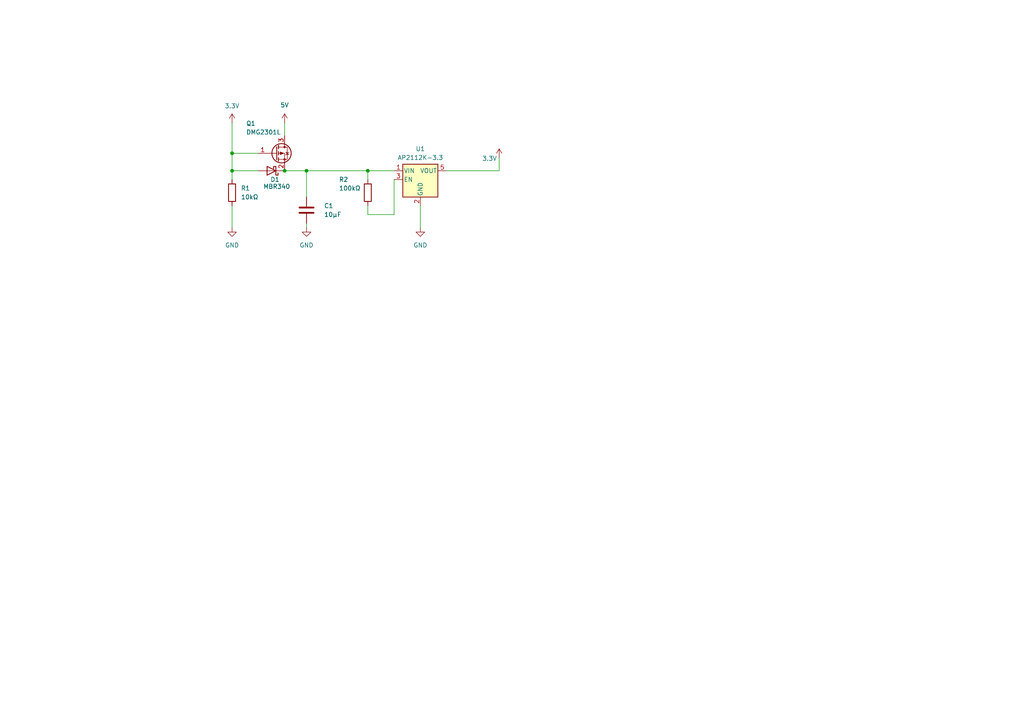
<source format=kicad_sch>
(kicad_sch (version 20231120) (generator "eeschema") (generator_version "8.0")
  (paper "A4")
  (lib_symbols
    (symbol "Device:C" (pin_numbers hide) (pin_names (offset 0.254))
      (property "Reference" "C" (at 0.635 2.54 0))
      (property "Value" "C" (at 0.635 -2.54 0))
      (symbol "C_0_1"
        (polyline (pts (xy -2.032 -0.762) (xy 2.032 -0.762)) (stroke (width 0.508)))
        (polyline (pts (xy -2.032 0.762) (xy 2.032 0.762)) (stroke (width 0.508)))
      )
      (symbol "C_1_1"
        (pin passive line (at 0 3.81 270) (length 2.794) (name "~") (number "1"))
        (pin passive line (at 0 -3.81 90) (length 2.794) (name "~") (number "2"))
      )
    )
    (symbol "Device:R" (pin_numbers hide) (pin_names (offset 0))
      (property "Reference" "R" (at 2.032 0 90))
      (property "Value" "R" (at 0 0 90))
      (symbol "R_0_1"
        (rectangle (start -1.016 -2.54) (end 1.016 2.54) (stroke (width 0.254)))
      )
      (symbol "R_1_1"
        (pin passive line (at 0 3.81 270) (length 1.27) (name "~") (number "1"))
        (pin passive line (at 0 -3.81 90) (length 1.27) (name "~") (number "2"))
      )
    )
    (symbol "Diode:MBR340" (pin_numbers hide) (pin_names (offset 1.016) hide)
      (property "Reference" "D" (at 0 2.54 0))
      (property "Value" "MBR340" (at 0 -2.54 0))
      (symbol "MBR340_0_1"
        (polyline (pts (xy 1.27 0) (xy -1.27 0)))
        (polyline (pts (xy 1.27 1.27) (xy 1.27 -1.27) (xy -1.27 0) (xy 1.27 1.27)) (stroke (width 0.254)))
        (polyline (pts (xy -1.905 0.635) (xy -1.905 1.27) (xy -1.27 1.27) (xy -1.27 -1.27) (xy -0.635 -1.27) (xy -0.635 -0.635)) (stroke (width 0.254)))
      )
      (symbol "MBR340_1_1"
        (pin passive line (at -3.81 0 0) (length 2.54) (name "K") (number "1"))
        (pin passive line (at 3.81 0 180) (length 2.54) (name "A") (number "2"))
      )
    )
    (symbol "Regulator_Linear:AP2112K-3.3" (pin_names (offset 0.254))
      (property "Reference" "U" (at -5.08 5.715 0))
      (property "Value" "AP2112K-3.3" (at 0 5.715 0))
      (symbol "AP2112K-3.3_0_1"
        (rectangle (start -5.08 4.445) (end 5.08 -5.08) (stroke (width 0.254)) (fill (type background)))
      )
      (symbol "AP2112K-3.3_1_1"
        (pin power_in line (at -7.62 2.54 0) (length 2.54) (name "VIN") (number "1"))
        (pin power_in line (at 0 -7.62 90) (length 2.54) (name "GND") (number "2"))
        (pin input line (at -7.62 0 0) (length 2.54) (name "EN") (number "3"))
        (pin no_connect line (at 5.08 0 180) (length 2.54) hide (name "NC") (number "4"))
        (pin power_out line (at 7.62 2.54 180) (length 2.54) (name "VOUT") (number "5"))
      )
    )
    (symbol "Transistor_FET:DMG2301L" (pin_names hide)
      (property "Reference" "Q" (at 5.08 1.905 0))
      (property "Value" "DMG2301L" (at 5.08 0 0))
      (symbol "DMG2301L_0_1"
        (polyline (pts (xy 0.254 0) (xy -2.54 0)))
        (polyline (pts (xy 0.254 1.905) (xy 0.254 -1.905)) (stroke (width 0.254)))
        (polyline (pts (xy 0.762 -1.27) (xy 0.762 -2.286)) (stroke (width 0.254)))
        (polyline (pts (xy 0.762 0.508) (xy 0.762 -0.508)) (stroke (width 0.254)))
        (polyline (pts (xy 0.762 2.286) (xy 0.762 1.27)) (stroke (width 0.254)))
        (polyline (pts (xy 2.54 2.54) (xy 2.54 1.778)))
        (polyline (pts (xy 2.54 -2.54) (xy 2.54 0) (xy 0.762 0)))
        (polyline (pts (xy 0.762 1.778) (xy 3.302 1.778) (xy 3.302 -1.778) (xy 0.762 -1.778)))
        (polyline (pts (xy 2.286 0) (xy 1.27 0.381) (xy 1.27 -0.381) (xy 2.286 0)) (fill (type outline)))
        (polyline (pts (xy 2.794 -0.508) (xy 2.921 -0.381) (xy 3.683 -0.381) (xy 3.81 -0.254)))
        (polyline (pts (xy 3.302 -0.381) (xy 2.921 0.254) (xy 3.683 0.254) (xy 3.302 -0.381)))
        (circle (center 1.651 0) (radius 2.794) (stroke (width 0.254)))
        (circle (center 2.54 -1.778) (radius 0.254) (fill (type outline)))
        (circle (center 2.54 1.778) (radius 0.254) (fill (type outline)))
      )
      (symbol "DMG2301L_1_1"
        (pin input line (at -5.08 0 0) (length 2.54) (name "G") (number "1"))
        (pin passive line (at 2.54 -5.08 90) (length 2.54) (name "S") (number "2"))
        (pin passive line (at 2.54 5.08 270) (length 2.54) (name "D") (number "3"))
      )
    )
    (symbol "power:GND" (power) (pin_numbers hide) (pin_names (offset 0) hide)
      (property "Value" "GND" (at 0 -3.81 0))
      (symbol "GND_0_1"
        (polyline (pts (xy 0 0) (xy 0 -1.27) (xy 1.27 -1.27) (xy 0 -2.54) (xy -1.27 -1.27) (xy 0 -1.27)))
      )
      (symbol "GND_1_1"
        (pin power_in line (at 0 0 270) (length 0) (name "~") (number "1"))
      )
    )
    (symbol "power:VBUS" (power) (pin_numbers hide) (pin_names (offset 0) hide)
      (property "Value" "VBUS" (at 0 3.556 0))
      (symbol "VBUS_0_1"
        (polyline (pts (xy -0.762 1.27) (xy 0 2.54)))
        (polyline (pts (xy 0 0) (xy 0 2.54)))
        (polyline (pts (xy 0 2.54) (xy 0.762 1.27)))
      )
      (symbol "VBUS_1_1"
        (pin power_in line (at 0 0 90) (length 0) (name "~") (number "1"))
      )
    )
    (symbol "power:VDD" (power) (pin_numbers hide) (pin_names (offset 0) hide)
      (property "Value" "VDD" (at 0 3.556 0))
      (symbol "VDD_0_1"
        (polyline (pts (xy -0.762 1.27) (xy 0 2.54)))
        (polyline (pts (xy 0 0) (xy 0 2.54)))
        (polyline (pts (xy 0 2.54) (xy 0.762 1.27)))
      )
      (symbol "VDD_1_1"
        (pin power_in line (at 0 0 90) (length 0) (name "~") (number "1"))
      )
    )
  )
  (junction (at 88.9 49.53))
  (junction (at 82.55 49.53))
  (junction (at 67.31 49.53))
  (junction (at 106.68 49.53))
  (junction (at 67.31 44.45))
  (wire (pts (xy 88.9 49.53) (xy 88.9 57.15)))
  (wire (pts (xy 67.31 35.56) (xy 67.31 44.45)))
  (wire (pts (xy 67.31 44.45) (xy 67.31 49.53)))
  (wire (pts (xy 67.31 59.69) (xy 67.31 66.04)))
  (wire (pts (xy 121.92 59.69) (xy 121.92 66.04)))
  (wire (pts (xy 88.9 66.04) (xy 88.9 64.77)))
  (wire (pts (xy 67.31 49.53) (xy 74.93 49.53)))
  (wire (pts (xy 106.68 49.53) (xy 106.68 52.07)))
  (wire (pts (xy 106.68 62.23) (xy 106.68 59.69)))
  (wire (pts (xy 144.78 45.72) (xy 144.78 49.53)))
  (wire (pts (xy 82.55 35.56) (xy 82.55 39.37)))
  (wire (pts (xy 82.55 49.53) (xy 88.9 49.53)))
  (wire (pts (xy 88.9 49.53) (xy 106.68 49.53)))
  (wire (pts (xy 67.31 49.53) (xy 67.31 52.07)))
  (wire (pts (xy 106.68 62.23) (xy 114.3 62.23)))
  (wire (pts (xy 67.31 44.45) (xy 74.93 44.45)))
  (wire (pts (xy 129.54 49.53) (xy 144.78 49.53)))
  (wire (pts (xy 106.68 49.53) (xy 114.3 49.53)))
  (wire (pts (xy 114.3 52.07) (xy 114.3 62.23)))
  (symbol (lib_id "power:VBUS") (at 67.31 35.56 0) (unit 1)
    (property "Reference" "#PWR01" (effects (hide yes)))
    (property "Value" "3.3V" (at 67.31 30.734 0))
    (property "Description" "Power symbol creates a global label with name \"VBUS\"" (effects (hide yes)))
  )
  (symbol (lib_id "power:GND") (at 121.92 66.04 0) (unit 1)
    (property "Reference" "#PWR05" (effects (hide yes)))
    (property "Value" "GND" (at 121.92 71.12 0))
    (property "Description" "Power symbol creates a global label with name \"GND\" , ground" (effects (hide yes)))
  )
  (symbol (lib_id "power:GND") (at 67.31 66.04 0) (unit 1)
    (property "Reference" "#PWR02" (effects (hide yes)))
    (property "Value" "GND" (at 67.31 71.12 0))
    (property "Description" "Power symbol creates a global label with name \"GND\" , ground" (effects (hide yes)))
  )
  (symbol (lib_id "Diode:MBR340") (at 78.74 49.53 180) (unit 1)
    (property "Reference" "D1" (at 79.756 52.07 0))
    (property "Value" "MBR340" (at 80.264 54.102 0))
    (property "Footprint" "Diode_THT:D_DO-201AD_P15.24mm_Horizontal" (effects (hide yes)))
    (property "Datasheet" "http://www.onsemi.com/pub_link/Collateral/MBR340-D.PDF" (effects (hide yes)))
    (property "Description" "40V 3A Schottky Barrier Rectifier Diode, DO-201AD" (effects (hide yes)))
  )
  (symbol (lib_id "Device:C") (at 88.9 60.96 0) (unit 1)
    (property "Reference" "C1" (at 93.98 59.6899 0) (effects (justify left)))
    (property "Value" "10μF" (at 93.98 62.2299 0) (effects (justify left)))
    (property "Description" "Unpolarized capacitor" (effects (hide yes)))
  )
  (symbol (lib_id "Device:R") (at 106.68 55.88 0) (unit 1)
    (property "Reference" "R2" (at 98.298 52.07 0) (effects (justify left)))
    (property "Value" "100kΩ" (at 98.298 54.61 0) (effects (justify left)))
    (property "Description" "Resistor" (effects (hide yes)))
  )
  (symbol (lib_id "Regulator_Linear:AP2112K-3.3") (at 121.92 52.07 0) (unit 1)
    (property "Reference" "U1" (at 121.92 43.18 0))
    (property "Value" "AP2112K-3.3" (at 121.92 45.72 0))
    (property "Footprint" "Package_TO_SOT_SMD:SOT-23-5" (effects (hide yes)))
    (property "Datasheet" "https://www.diodes.com/assets/Datasheets/AP2112.pdf" (effects (hide yes)))
    (property "Description" "600mA low dropout linear regulator, with enable pin, 3.8V-6V input voltage range, 3.3V fixed positive output, SOT-23-5" (effects (hide yes)))
  )
  (symbol (lib_id "power:VDD") (at 144.78 45.72 0) (unit 1)
    (property "Reference" "#PWR06" (effects (hide yes)))
    (property "Value" "3.3V" (at 141.986 45.974 0))
    (property "Description" "Power symbol creates a global label with name \"VDD\"" (effects (hide yes)))
  )
  (symbol (lib_id "power:GND") (at 88.9 66.04 0) (unit 1)
    (property "Reference" "#PWR04" (effects (hide yes)))
    (property "Value" "GND" (at 88.9 71.12 0))
    (property "Description" "Power symbol creates a global label with name \"GND\" , ground" (effects (hide yes)))
  )
  (symbol (lib_id "Device:R") (at 67.31 55.88 0) (unit 1)
    (property "Reference" "R1" (at 69.85 54.6099 0) (effects (justify left)))
    (property "Value" "10kΩ" (at 69.85 57.1499 0) (effects (justify left)))
    (property "Description" "Resistor" (effects (hide yes)))
  )
  (symbol (lib_id "power:VBUS") (at 82.55 35.56 0) (unit 1)
    (property "Reference" "#PWR03" (effects (hide yes)))
    (property "Value" "5V" (at 82.55 30.48 0))
    (property "Description" "Power symbol creates a global label with name \"VBUS\"" (effects (hide yes)))
  )
  (symbol (lib_id "Transistor_FET:DMG2301L") (at 80.01 44.45 0) (unit 1)
    (property "Reference" "Q1" (at 71.374 35.814 0) (effects (justify left)))
    (property "Value" "DMG2301L" (at 71.374 38.354 0) (effects (justify left)))
    (property "Footprint" "Package_TO_SOT_SMD:SOT-23" (effects (hide yes)))
    (property "Datasheet" "https://www.diodes.com/assets/Datasheets/DMG2301L.pdf" (effects (hide yes)))
    (property "Description" "-3A Id, -20V Vds, P-Channel MOSFET, SOT-23" (effects (hide yes)))
  )
)
</source>
